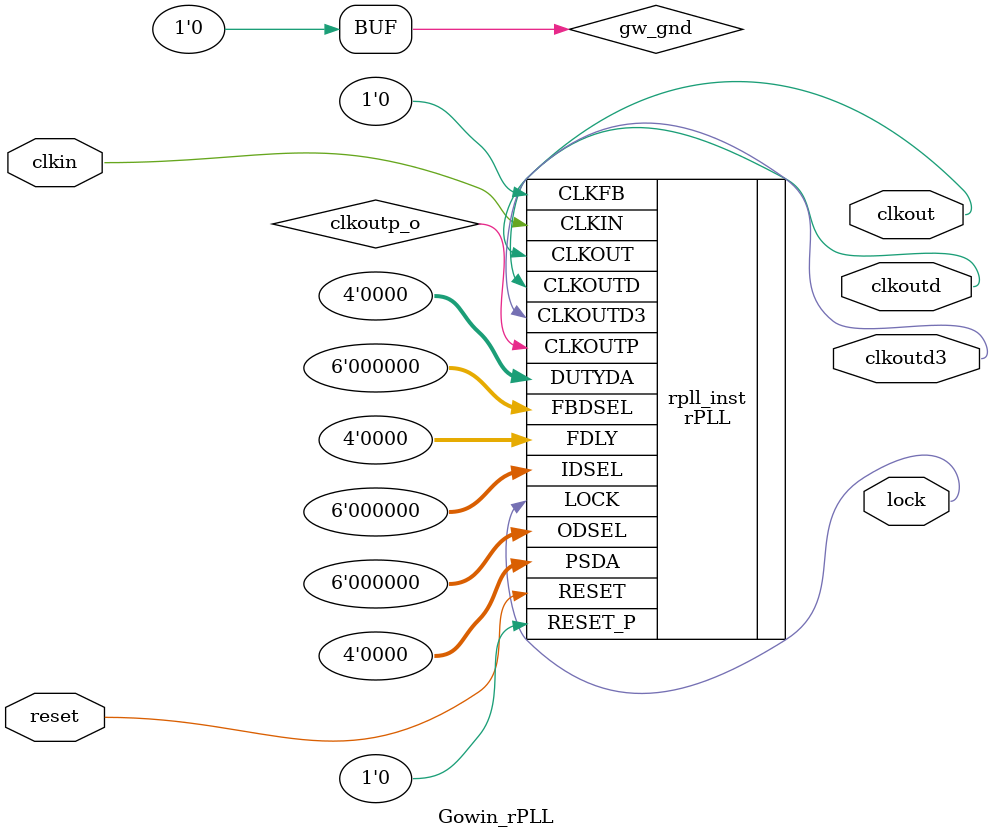
<source format=v>

module Gowin_rPLL (clkout, lock, clkoutd, clkoutd3, reset, clkin);

output clkout;
output lock;
output clkoutd;
output clkoutd3;
input reset;
input clkin;

wire clkoutp_o;
wire gw_gnd;

assign gw_gnd = 1'b0;

rPLL rpll_inst (
    .CLKOUT(clkout),
    .LOCK(lock),
    .CLKOUTP(clkoutp_o),
    .CLKOUTD(clkoutd),
    .CLKOUTD3(clkoutd3),
    .RESET(reset),
    .RESET_P(gw_gnd),
    .CLKIN(clkin),
    .CLKFB(gw_gnd),
    .FBDSEL({gw_gnd,gw_gnd,gw_gnd,gw_gnd,gw_gnd,gw_gnd}),
    .IDSEL({gw_gnd,gw_gnd,gw_gnd,gw_gnd,gw_gnd,gw_gnd}),
    .ODSEL({gw_gnd,gw_gnd,gw_gnd,gw_gnd,gw_gnd,gw_gnd}),
    .PSDA({gw_gnd,gw_gnd,gw_gnd,gw_gnd}),
    .DUTYDA({gw_gnd,gw_gnd,gw_gnd,gw_gnd}),
    .FDLY({gw_gnd,gw_gnd,gw_gnd,gw_gnd})
);

defparam rpll_inst.FCLKIN = "27";
defparam rpll_inst.DYN_IDIV_SEL = "false";
defparam rpll_inst.IDIV_SEL = 8;
defparam rpll_inst.DYN_FBDIV_SEL = "false";
defparam rpll_inst.FBDIV_SEL = 31;
defparam rpll_inst.DYN_ODIV_SEL = "false";
defparam rpll_inst.ODIV_SEL = 8;
defparam rpll_inst.PSDA_SEL = "0000";
defparam rpll_inst.DYN_DA_EN = "false";
defparam rpll_inst.DUTYDA_SEL = "1000";
defparam rpll_inst.CLKOUT_FT_DIR = 1'b1;
defparam rpll_inst.CLKOUTP_FT_DIR = 1'b1;
defparam rpll_inst.CLKOUT_DLY_STEP = 0;
defparam rpll_inst.CLKOUTP_DLY_STEP = 0;
defparam rpll_inst.CLKFB_SEL = "internal";
defparam rpll_inst.CLKOUT_BYPASS = "false";
defparam rpll_inst.CLKOUTP_BYPASS = "false";
defparam rpll_inst.CLKOUTD_BYPASS = "false";
defparam rpll_inst.DYN_SDIV_SEL = 2;
defparam rpll_inst.CLKOUTD_SRC = "CLKOUT";
defparam rpll_inst.CLKOUTD3_SRC = "CLKOUT";
defparam rpll_inst.DEVICE = "GW1NR-9C";

endmodule //Gowin_rPLL

</source>
